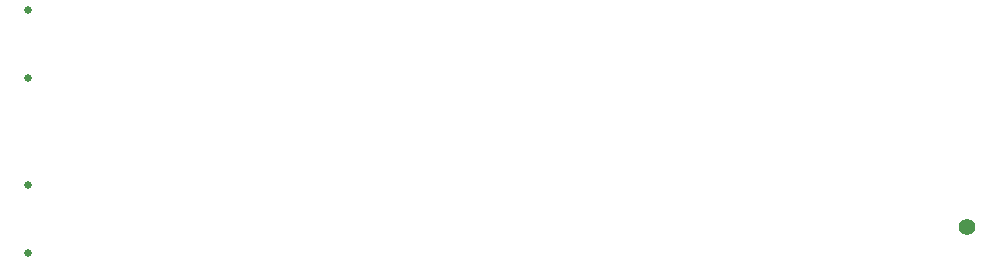
<source format=gbr>
%TF.GenerationSoftware,Altium Limited,Altium Designer,23.4.1 (23)*%
G04 Layer_Color=0*
%FSLAX45Y45*%
%MOMM*%
%TF.SameCoordinates,C80D94D6-ACD9-4930-820E-424AA932BAC3*%
%TF.FilePolarity,Positive*%
%TF.FileFunction,NonPlated,1,4,NPTH,Drill*%
%TF.Part,Single*%
G01*
G75*
%TA.AperFunction,ComponentDrill*%
%ADD82C,0.65000*%
%ADD83C,1.40000*%
D82*
X9485500Y7156500D02*
D03*
Y6578500D02*
D03*
X9488000Y8634000D02*
D03*
Y8056000D02*
D03*
D83*
X17439500Y6800000D02*
D03*
%TF.MD5,ff3882c870a48675e0ec743b2e5dc4f5*%
M02*

</source>
